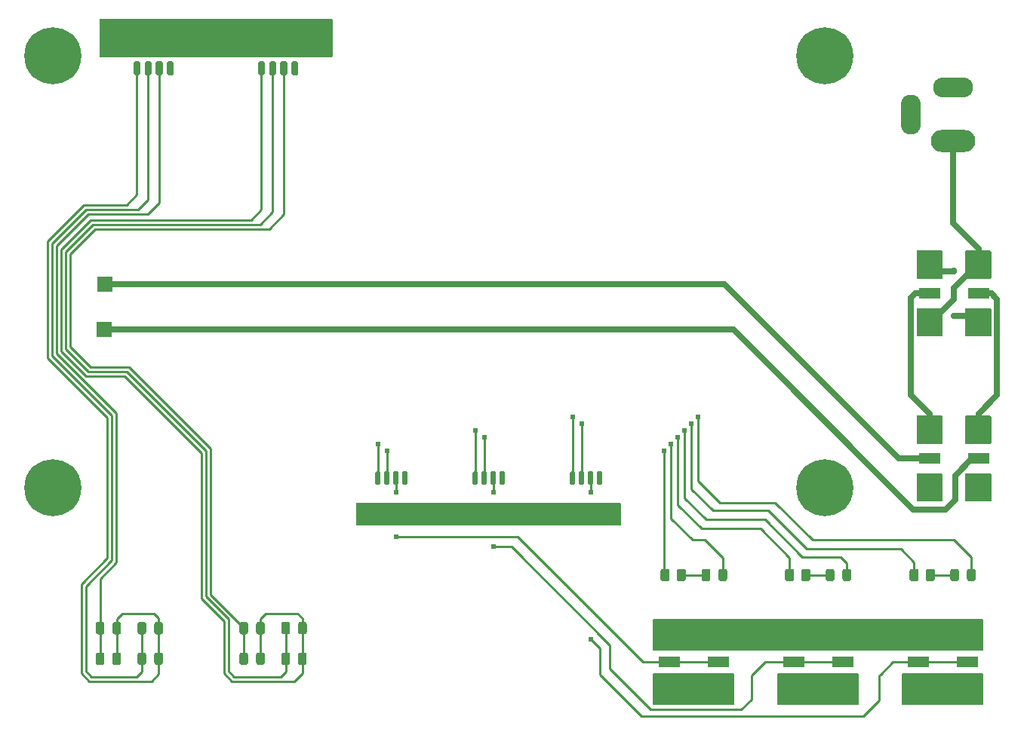
<source format=gtl>
G04 #@! TF.GenerationSoftware,KiCad,Pcbnew,6.0.10-86aedd382b~118~ubuntu18.04.1*
G04 #@! TF.CreationDate,2024-12-31T19:53:44-07:00*
G04 #@! TF.ProjectId,ckt-iiab-test,636b742d-6969-4616-922d-746573742e6b,rev?*
G04 #@! TF.SameCoordinates,Original*
G04 #@! TF.FileFunction,Copper,L1,Top*
G04 #@! TF.FilePolarity,Positive*
%FSLAX46Y46*%
G04 Gerber Fmt 4.6, Leading zero omitted, Abs format (unit mm)*
G04 Created by KiCad (PCBNEW 6.0.10-86aedd382b~118~ubuntu18.04.1) date 2024-12-31 19:53:44*
%MOMM*%
%LPD*%
G01*
G04 APERTURE LIST*
G04 #@! TA.AperFunction,ComponentPad*
%ADD10C,6.400000*%
G04 #@! TD*
G04 #@! TA.AperFunction,SMDPad,CuDef*
%ADD11R,2.489200X1.193800*%
G04 #@! TD*
G04 #@! TA.AperFunction,ComponentPad*
%ADD12O,5.000000X2.500000*%
G04 #@! TD*
G04 #@! TA.AperFunction,ComponentPad*
%ADD13O,4.500000X2.250000*%
G04 #@! TD*
G04 #@! TA.AperFunction,ComponentPad*
%ADD14O,2.250000X4.500000*%
G04 #@! TD*
G04 #@! TA.AperFunction,ComponentPad*
%ADD15R,1.700000X1.700000*%
G04 #@! TD*
G04 #@! TA.AperFunction,ViaPad*
%ADD16C,0.609600*%
G04 #@! TD*
G04 #@! TA.AperFunction,Conductor*
%ADD17C,0.635000*%
G04 #@! TD*
G04 #@! TA.AperFunction,Conductor*
%ADD18C,0.254000*%
G04 #@! TD*
G04 APERTURE END LIST*
G04 #@! TA.AperFunction,SMDPad,CuDef*
G36*
G01*
X95366000Y-71142000D02*
X95366000Y-72342000D01*
G75*
G02*
X95166000Y-72542000I-200000J0D01*
G01*
X94766000Y-72542000D01*
G75*
G02*
X94566000Y-72342000I0J200000D01*
G01*
X94566000Y-71142000D01*
G75*
G02*
X94766000Y-70942000I200000J0D01*
G01*
X95166000Y-70942000D01*
G75*
G02*
X95366000Y-71142000I0J-200000D01*
G01*
G37*
G04 #@! TD.AperFunction*
G04 #@! TA.AperFunction,SMDPad,CuDef*
G36*
G01*
X94116000Y-71142000D02*
X94116000Y-72342000D01*
G75*
G02*
X93916000Y-72542000I-200000J0D01*
G01*
X93516000Y-72542000D01*
G75*
G02*
X93316000Y-72342000I0J200000D01*
G01*
X93316000Y-71142000D01*
G75*
G02*
X93516000Y-70942000I200000J0D01*
G01*
X93916000Y-70942000D01*
G75*
G02*
X94116000Y-71142000I0J-200000D01*
G01*
G37*
G04 #@! TD.AperFunction*
G04 #@! TA.AperFunction,SMDPad,CuDef*
G36*
G01*
X92866000Y-71142000D02*
X92866000Y-72342000D01*
G75*
G02*
X92666000Y-72542000I-200000J0D01*
G01*
X92266000Y-72542000D01*
G75*
G02*
X92066000Y-72342000I0J200000D01*
G01*
X92066000Y-71142000D01*
G75*
G02*
X92266000Y-70942000I200000J0D01*
G01*
X92666000Y-70942000D01*
G75*
G02*
X92866000Y-71142000I0J-200000D01*
G01*
G37*
G04 #@! TD.AperFunction*
G04 #@! TA.AperFunction,SMDPad,CuDef*
G36*
G01*
X91616000Y-71142000D02*
X91616000Y-72342000D01*
G75*
G02*
X91416000Y-72542000I-200000J0D01*
G01*
X91016000Y-72542000D01*
G75*
G02*
X90816000Y-72342000I0J200000D01*
G01*
X90816000Y-71142000D01*
G75*
G02*
X91016000Y-70942000I200000J0D01*
G01*
X91416000Y-70942000D01*
G75*
G02*
X91616000Y-71142000I0J-200000D01*
G01*
G37*
G04 #@! TD.AperFunction*
G04 #@! TA.AperFunction,SMDPad,CuDef*
G36*
G01*
X89716000Y-67592001D02*
X89716000Y-70091999D01*
G75*
G02*
X89465999Y-70342000I-250001J0D01*
G01*
X87866001Y-70342000D01*
G75*
G02*
X87616000Y-70091999I0J250001D01*
G01*
X87616000Y-67592001D01*
G75*
G02*
X87866001Y-67342000I250001J0D01*
G01*
X89465999Y-67342000D01*
G75*
G02*
X89716000Y-67592001I0J-250001D01*
G01*
G37*
G04 #@! TD.AperFunction*
G04 #@! TA.AperFunction,SMDPad,CuDef*
G36*
G01*
X98566000Y-67592001D02*
X98566000Y-70091999D01*
G75*
G02*
X98315999Y-70342000I-250001J0D01*
G01*
X96716001Y-70342000D01*
G75*
G02*
X96466000Y-70091999I0J250001D01*
G01*
X96466000Y-67592001D01*
G75*
G02*
X96716001Y-67342000I250001J0D01*
G01*
X98315999Y-67342000D01*
G75*
G02*
X98566000Y-67592001I0J-250001D01*
G01*
G37*
G04 #@! TD.AperFunction*
D10*
X168402000Y-118872000D03*
G04 #@! TA.AperFunction,SMDPad,CuDef*
G36*
G01*
X128883000Y-118386000D02*
X128883000Y-117136000D01*
G75*
G02*
X129033000Y-116986000I150000J0D01*
G01*
X129333000Y-116986000D01*
G75*
G02*
X129483000Y-117136000I0J-150000D01*
G01*
X129483000Y-118386000D01*
G75*
G02*
X129333000Y-118536000I-150000J0D01*
G01*
X129033000Y-118536000D01*
G75*
G02*
X128883000Y-118386000I0J150000D01*
G01*
G37*
G04 #@! TD.AperFunction*
G04 #@! TA.AperFunction,SMDPad,CuDef*
G36*
G01*
X129883000Y-118386000D02*
X129883000Y-117136000D01*
G75*
G02*
X130033000Y-116986000I150000J0D01*
G01*
X130333000Y-116986000D01*
G75*
G02*
X130483000Y-117136000I0J-150000D01*
G01*
X130483000Y-118386000D01*
G75*
G02*
X130333000Y-118536000I-150000J0D01*
G01*
X130033000Y-118536000D01*
G75*
G02*
X129883000Y-118386000I0J150000D01*
G01*
G37*
G04 #@! TD.AperFunction*
G04 #@! TA.AperFunction,SMDPad,CuDef*
G36*
G01*
X130883000Y-118386000D02*
X130883000Y-117136000D01*
G75*
G02*
X131033000Y-116986000I150000J0D01*
G01*
X131333000Y-116986000D01*
G75*
G02*
X131483000Y-117136000I0J-150000D01*
G01*
X131483000Y-118386000D01*
G75*
G02*
X131333000Y-118536000I-150000J0D01*
G01*
X131033000Y-118536000D01*
G75*
G02*
X130883000Y-118386000I0J150000D01*
G01*
G37*
G04 #@! TD.AperFunction*
G04 #@! TA.AperFunction,SMDPad,CuDef*
G36*
G01*
X131883000Y-118386000D02*
X131883000Y-117136000D01*
G75*
G02*
X132033000Y-116986000I150000J0D01*
G01*
X132333000Y-116986000D01*
G75*
G02*
X132483000Y-117136000I0J-150000D01*
G01*
X132483000Y-118386000D01*
G75*
G02*
X132333000Y-118536000I-150000J0D01*
G01*
X132033000Y-118536000D01*
G75*
G02*
X131883000Y-118386000I0J150000D01*
G01*
G37*
G04 #@! TD.AperFunction*
G04 #@! TA.AperFunction,SMDPad,CuDef*
G36*
G01*
X127283000Y-122286000D02*
X127283000Y-120986000D01*
G75*
G02*
X127533000Y-120736000I250000J0D01*
G01*
X128233000Y-120736000D01*
G75*
G02*
X128483000Y-120986000I0J-250000D01*
G01*
X128483000Y-122286000D01*
G75*
G02*
X128233000Y-122536000I-250000J0D01*
G01*
X127533000Y-122536000D01*
G75*
G02*
X127283000Y-122286000I0J250000D01*
G01*
G37*
G04 #@! TD.AperFunction*
G04 #@! TA.AperFunction,SMDPad,CuDef*
G36*
G01*
X132883000Y-122286000D02*
X132883000Y-120986000D01*
G75*
G02*
X133133000Y-120736000I250000J0D01*
G01*
X133833000Y-120736000D01*
G75*
G02*
X134083000Y-120986000I0J-250000D01*
G01*
X134083000Y-122286000D01*
G75*
G02*
X133833000Y-122536000I-250000J0D01*
G01*
X133133000Y-122536000D01*
G75*
G02*
X132883000Y-122286000I0J250000D01*
G01*
G37*
G04 #@! TD.AperFunction*
X168402000Y-70358000D03*
G04 #@! TA.AperFunction,SMDPad,CuDef*
G36*
G01*
X180749000Y-128201000D02*
X180749000Y-129101000D01*
G75*
G02*
X180499000Y-129351000I-250000J0D01*
G01*
X179974000Y-129351000D01*
G75*
G02*
X179724000Y-129101000I0J250000D01*
G01*
X179724000Y-128201000D01*
G75*
G02*
X179974000Y-127951000I250000J0D01*
G01*
X180499000Y-127951000D01*
G75*
G02*
X180749000Y-128201000I0J-250000D01*
G01*
G37*
G04 #@! TD.AperFunction*
G04 #@! TA.AperFunction,SMDPad,CuDef*
G36*
G01*
X178924000Y-128201000D02*
X178924000Y-129101000D01*
G75*
G02*
X178674000Y-129351000I-250000J0D01*
G01*
X178149000Y-129351000D01*
G75*
G02*
X177899000Y-129101000I0J250000D01*
G01*
X177899000Y-128201000D01*
G75*
G02*
X178149000Y-127951000I250000J0D01*
G01*
X178674000Y-127951000D01*
G75*
G02*
X178924000Y-128201000I0J-250000D01*
G01*
G37*
G04 #@! TD.AperFunction*
G04 #@! TA.AperFunction,SMDPad,CuDef*
G36*
G01*
X152809000Y-128201000D02*
X152809000Y-129101000D01*
G75*
G02*
X152559000Y-129351000I-250000J0D01*
G01*
X152034000Y-129351000D01*
G75*
G02*
X151784000Y-129101000I0J250000D01*
G01*
X151784000Y-128201000D01*
G75*
G02*
X152034000Y-127951000I250000J0D01*
G01*
X152559000Y-127951000D01*
G75*
G02*
X152809000Y-128201000I0J-250000D01*
G01*
G37*
G04 #@! TD.AperFunction*
G04 #@! TA.AperFunction,SMDPad,CuDef*
G36*
G01*
X150984000Y-128201000D02*
X150984000Y-129101000D01*
G75*
G02*
X150734000Y-129351000I-250000J0D01*
G01*
X150209000Y-129351000D01*
G75*
G02*
X149959000Y-129101000I0J250000D01*
G01*
X149959000Y-128201000D01*
G75*
G02*
X150209000Y-127951000I250000J0D01*
G01*
X150734000Y-127951000D01*
G75*
G02*
X150984000Y-128201000I0J-250000D01*
G01*
G37*
G04 #@! TD.AperFunction*
G04 #@! TA.AperFunction,SMDPad,CuDef*
G36*
G01*
X86586000Y-135076250D02*
X86586000Y-134163750D01*
G75*
G02*
X86829750Y-133920000I243750J0D01*
G01*
X87317250Y-133920000D01*
G75*
G02*
X87561000Y-134163750I0J-243750D01*
G01*
X87561000Y-135076250D01*
G75*
G02*
X87317250Y-135320000I-243750J0D01*
G01*
X86829750Y-135320000D01*
G75*
G02*
X86586000Y-135076250I0J243750D01*
G01*
G37*
G04 #@! TD.AperFunction*
G04 #@! TA.AperFunction,SMDPad,CuDef*
G36*
G01*
X88461000Y-135076250D02*
X88461000Y-134163750D01*
G75*
G02*
X88704750Y-133920000I243750J0D01*
G01*
X89192250Y-133920000D01*
G75*
G02*
X89436000Y-134163750I0J-243750D01*
G01*
X89436000Y-135076250D01*
G75*
G02*
X89192250Y-135320000I-243750J0D01*
G01*
X88704750Y-135320000D01*
G75*
G02*
X88461000Y-135076250I0J243750D01*
G01*
G37*
G04 #@! TD.AperFunction*
X81788000Y-118872000D03*
X81788000Y-70358000D03*
D11*
X170395900Y-140930000D03*
X170395900Y-138430000D03*
X170395900Y-135930000D03*
X164884100Y-140930000D03*
X164884100Y-138430000D03*
X164884100Y-135930000D03*
G04 #@! TA.AperFunction,SMDPad,CuDef*
G36*
G01*
X94135000Y-137592750D02*
X94135000Y-138505250D01*
G75*
G02*
X93891250Y-138749000I-243750J0D01*
G01*
X93403750Y-138749000D01*
G75*
G02*
X93160000Y-138505250I0J243750D01*
G01*
X93160000Y-137592750D01*
G75*
G02*
X93403750Y-137349000I243750J0D01*
G01*
X93891250Y-137349000D01*
G75*
G02*
X94135000Y-137592750I0J-243750D01*
G01*
G37*
G04 #@! TD.AperFunction*
G04 #@! TA.AperFunction,SMDPad,CuDef*
G36*
G01*
X92260000Y-137592750D02*
X92260000Y-138505250D01*
G75*
G02*
X92016250Y-138749000I-243750J0D01*
G01*
X91528750Y-138749000D01*
G75*
G02*
X91285000Y-138505250I0J243750D01*
G01*
X91285000Y-137592750D01*
G75*
G02*
X91528750Y-137349000I243750J0D01*
G01*
X92016250Y-137349000D01*
G75*
G02*
X92260000Y-137592750I0J-243750D01*
G01*
G37*
G04 #@! TD.AperFunction*
G04 #@! TA.AperFunction,SMDPad,CuDef*
G36*
G01*
X185321000Y-128194750D02*
X185321000Y-129107250D01*
G75*
G02*
X185077250Y-129351000I-243750J0D01*
G01*
X184589750Y-129351000D01*
G75*
G02*
X184346000Y-129107250I0J243750D01*
G01*
X184346000Y-128194750D01*
G75*
G02*
X184589750Y-127951000I243750J0D01*
G01*
X185077250Y-127951000D01*
G75*
G02*
X185321000Y-128194750I0J-243750D01*
G01*
G37*
G04 #@! TD.AperFunction*
G04 #@! TA.AperFunction,SMDPad,CuDef*
G36*
G01*
X183446000Y-128194750D02*
X183446000Y-129107250D01*
G75*
G02*
X183202250Y-129351000I-243750J0D01*
G01*
X182714750Y-129351000D01*
G75*
G02*
X182471000Y-129107250I0J243750D01*
G01*
X182471000Y-128194750D01*
G75*
G02*
X182714750Y-127951000I243750J0D01*
G01*
X183202250Y-127951000D01*
G75*
G02*
X183446000Y-128194750I0J-243750D01*
G01*
G37*
G04 #@! TD.AperFunction*
G04 #@! TA.AperFunction,SMDPad,CuDef*
G36*
G01*
X110264000Y-137592750D02*
X110264000Y-138505250D01*
G75*
G02*
X110020250Y-138749000I-243750J0D01*
G01*
X109532750Y-138749000D01*
G75*
G02*
X109289000Y-138505250I0J243750D01*
G01*
X109289000Y-137592750D01*
G75*
G02*
X109532750Y-137349000I243750J0D01*
G01*
X110020250Y-137349000D01*
G75*
G02*
X110264000Y-137592750I0J-243750D01*
G01*
G37*
G04 #@! TD.AperFunction*
G04 #@! TA.AperFunction,SMDPad,CuDef*
G36*
G01*
X108389000Y-137592750D02*
X108389000Y-138505250D01*
G75*
G02*
X108145250Y-138749000I-243750J0D01*
G01*
X107657750Y-138749000D01*
G75*
G02*
X107414000Y-138505250I0J243750D01*
G01*
X107414000Y-137592750D01*
G75*
G02*
X107657750Y-137349000I243750J0D01*
G01*
X108145250Y-137349000D01*
G75*
G02*
X108389000Y-137592750I0J-243750D01*
G01*
G37*
G04 #@! TD.AperFunction*
G04 #@! TA.AperFunction,SMDPad,CuDef*
G36*
G01*
X171351000Y-128194750D02*
X171351000Y-129107250D01*
G75*
G02*
X171107250Y-129351000I-243750J0D01*
G01*
X170619750Y-129351000D01*
G75*
G02*
X170376000Y-129107250I0J243750D01*
G01*
X170376000Y-128194750D01*
G75*
G02*
X170619750Y-127951000I243750J0D01*
G01*
X171107250Y-127951000D01*
G75*
G02*
X171351000Y-128194750I0J-243750D01*
G01*
G37*
G04 #@! TD.AperFunction*
G04 #@! TA.AperFunction,SMDPad,CuDef*
G36*
G01*
X169476000Y-128194750D02*
X169476000Y-129107250D01*
G75*
G02*
X169232250Y-129351000I-243750J0D01*
G01*
X168744750Y-129351000D01*
G75*
G02*
X168501000Y-129107250I0J243750D01*
G01*
X168501000Y-128194750D01*
G75*
G02*
X168744750Y-127951000I243750J0D01*
G01*
X169232250Y-127951000D01*
G75*
G02*
X169476000Y-128194750I0J-243750D01*
G01*
G37*
G04 #@! TD.AperFunction*
G04 #@! TA.AperFunction,SMDPad,CuDef*
G36*
G01*
X117961000Y-118386000D02*
X117961000Y-117136000D01*
G75*
G02*
X118111000Y-116986000I150000J0D01*
G01*
X118411000Y-116986000D01*
G75*
G02*
X118561000Y-117136000I0J-150000D01*
G01*
X118561000Y-118386000D01*
G75*
G02*
X118411000Y-118536000I-150000J0D01*
G01*
X118111000Y-118536000D01*
G75*
G02*
X117961000Y-118386000I0J150000D01*
G01*
G37*
G04 #@! TD.AperFunction*
G04 #@! TA.AperFunction,SMDPad,CuDef*
G36*
G01*
X118961000Y-118386000D02*
X118961000Y-117136000D01*
G75*
G02*
X119111000Y-116986000I150000J0D01*
G01*
X119411000Y-116986000D01*
G75*
G02*
X119561000Y-117136000I0J-150000D01*
G01*
X119561000Y-118386000D01*
G75*
G02*
X119411000Y-118536000I-150000J0D01*
G01*
X119111000Y-118536000D01*
G75*
G02*
X118961000Y-118386000I0J150000D01*
G01*
G37*
G04 #@! TD.AperFunction*
G04 #@! TA.AperFunction,SMDPad,CuDef*
G36*
G01*
X119961000Y-118386000D02*
X119961000Y-117136000D01*
G75*
G02*
X120111000Y-116986000I150000J0D01*
G01*
X120411000Y-116986000D01*
G75*
G02*
X120561000Y-117136000I0J-150000D01*
G01*
X120561000Y-118386000D01*
G75*
G02*
X120411000Y-118536000I-150000J0D01*
G01*
X120111000Y-118536000D01*
G75*
G02*
X119961000Y-118386000I0J150000D01*
G01*
G37*
G04 #@! TD.AperFunction*
G04 #@! TA.AperFunction,SMDPad,CuDef*
G36*
G01*
X120961000Y-118386000D02*
X120961000Y-117136000D01*
G75*
G02*
X121111000Y-116986000I150000J0D01*
G01*
X121411000Y-116986000D01*
G75*
G02*
X121561000Y-117136000I0J-150000D01*
G01*
X121561000Y-118386000D01*
G75*
G02*
X121411000Y-118536000I-150000J0D01*
G01*
X121111000Y-118536000D01*
G75*
G02*
X120961000Y-118386000I0J150000D01*
G01*
G37*
G04 #@! TD.AperFunction*
G04 #@! TA.AperFunction,SMDPad,CuDef*
G36*
G01*
X116361000Y-122286000D02*
X116361000Y-120986000D01*
G75*
G02*
X116611000Y-120736000I250000J0D01*
G01*
X117311000Y-120736000D01*
G75*
G02*
X117561000Y-120986000I0J-250000D01*
G01*
X117561000Y-122286000D01*
G75*
G02*
X117311000Y-122536000I-250000J0D01*
G01*
X116611000Y-122536000D01*
G75*
G02*
X116361000Y-122286000I0J250000D01*
G01*
G37*
G04 #@! TD.AperFunction*
G04 #@! TA.AperFunction,SMDPad,CuDef*
G36*
G01*
X121961000Y-122286000D02*
X121961000Y-120986000D01*
G75*
G02*
X122211000Y-120736000I250000J0D01*
G01*
X122911000Y-120736000D01*
G75*
G02*
X123161000Y-120986000I0J-250000D01*
G01*
X123161000Y-122286000D01*
G75*
G02*
X122911000Y-122536000I-250000J0D01*
G01*
X122211000Y-122536000D01*
G75*
G02*
X121961000Y-122286000I0J250000D01*
G01*
G37*
G04 #@! TD.AperFunction*
G04 #@! TA.AperFunction,SMDPad,CuDef*
G36*
G01*
X107419000Y-135068250D02*
X107419000Y-134155750D01*
G75*
G02*
X107662750Y-133912000I243750J0D01*
G01*
X108150250Y-133912000D01*
G75*
G02*
X108394000Y-134155750I0J-243750D01*
G01*
X108394000Y-135068250D01*
G75*
G02*
X108150250Y-135312000I-243750J0D01*
G01*
X107662750Y-135312000D01*
G75*
G02*
X107419000Y-135068250I0J243750D01*
G01*
G37*
G04 #@! TD.AperFunction*
G04 #@! TA.AperFunction,SMDPad,CuDef*
G36*
G01*
X109294000Y-135068250D02*
X109294000Y-134155750D01*
G75*
G02*
X109537750Y-133912000I243750J0D01*
G01*
X110025250Y-133912000D01*
G75*
G02*
X110269000Y-134155750I0J-243750D01*
G01*
X110269000Y-135068250D01*
G75*
G02*
X110025250Y-135312000I-243750J0D01*
G01*
X109537750Y-135312000D01*
G75*
G02*
X109294000Y-135068250I0J243750D01*
G01*
G37*
G04 #@! TD.AperFunction*
G04 #@! TA.AperFunction,SMDPad,CuDef*
G36*
G01*
X109336000Y-71142000D02*
X109336000Y-72342000D01*
G75*
G02*
X109136000Y-72542000I-200000J0D01*
G01*
X108736000Y-72542000D01*
G75*
G02*
X108536000Y-72342000I0J200000D01*
G01*
X108536000Y-71142000D01*
G75*
G02*
X108736000Y-70942000I200000J0D01*
G01*
X109136000Y-70942000D01*
G75*
G02*
X109336000Y-71142000I0J-200000D01*
G01*
G37*
G04 #@! TD.AperFunction*
G04 #@! TA.AperFunction,SMDPad,CuDef*
G36*
G01*
X108086000Y-71142000D02*
X108086000Y-72342000D01*
G75*
G02*
X107886000Y-72542000I-200000J0D01*
G01*
X107486000Y-72542000D01*
G75*
G02*
X107286000Y-72342000I0J200000D01*
G01*
X107286000Y-71142000D01*
G75*
G02*
X107486000Y-70942000I200000J0D01*
G01*
X107886000Y-70942000D01*
G75*
G02*
X108086000Y-71142000I0J-200000D01*
G01*
G37*
G04 #@! TD.AperFunction*
G04 #@! TA.AperFunction,SMDPad,CuDef*
G36*
G01*
X106836000Y-71142000D02*
X106836000Y-72342000D01*
G75*
G02*
X106636000Y-72542000I-200000J0D01*
G01*
X106236000Y-72542000D01*
G75*
G02*
X106036000Y-72342000I0J200000D01*
G01*
X106036000Y-71142000D01*
G75*
G02*
X106236000Y-70942000I200000J0D01*
G01*
X106636000Y-70942000D01*
G75*
G02*
X106836000Y-71142000I0J-200000D01*
G01*
G37*
G04 #@! TD.AperFunction*
G04 #@! TA.AperFunction,SMDPad,CuDef*
G36*
G01*
X105586000Y-71142000D02*
X105586000Y-72342000D01*
G75*
G02*
X105386000Y-72542000I-200000J0D01*
G01*
X104986000Y-72542000D01*
G75*
G02*
X104786000Y-72342000I0J200000D01*
G01*
X104786000Y-71142000D01*
G75*
G02*
X104986000Y-70942000I200000J0D01*
G01*
X105386000Y-70942000D01*
G75*
G02*
X105586000Y-71142000I0J-200000D01*
G01*
G37*
G04 #@! TD.AperFunction*
G04 #@! TA.AperFunction,SMDPad,CuDef*
G36*
G01*
X103686000Y-67592001D02*
X103686000Y-70091999D01*
G75*
G02*
X103435999Y-70342000I-250001J0D01*
G01*
X101836001Y-70342000D01*
G75*
G02*
X101586000Y-70091999I0J250001D01*
G01*
X101586000Y-67592001D01*
G75*
G02*
X101836001Y-67342000I250001J0D01*
G01*
X103435999Y-67342000D01*
G75*
G02*
X103686000Y-67592001I0J-250001D01*
G01*
G37*
G04 #@! TD.AperFunction*
G04 #@! TA.AperFunction,SMDPad,CuDef*
G36*
G01*
X112536000Y-67592001D02*
X112536000Y-70091999D01*
G75*
G02*
X112285999Y-70342000I-250001J0D01*
G01*
X110686001Y-70342000D01*
G75*
G02*
X110436000Y-70091999I0J250001D01*
G01*
X110436000Y-67592001D01*
G75*
G02*
X110686001Y-67342000I250001J0D01*
G01*
X112285999Y-67342000D01*
G75*
G02*
X112536000Y-67592001I0J-250001D01*
G01*
G37*
G04 #@! TD.AperFunction*
X180124100Y-94528000D03*
X180124100Y-97028000D03*
X180124100Y-99528000D03*
X185635900Y-94528000D03*
X185635900Y-97028000D03*
X185635900Y-99528000D03*
G04 #@! TA.AperFunction,SMDPad,CuDef*
G36*
G01*
X89436000Y-137592750D02*
X89436000Y-138505250D01*
G75*
G02*
X89192250Y-138749000I-243750J0D01*
G01*
X88704750Y-138749000D01*
G75*
G02*
X88461000Y-138505250I0J243750D01*
G01*
X88461000Y-137592750D01*
G75*
G02*
X88704750Y-137349000I243750J0D01*
G01*
X89192250Y-137349000D01*
G75*
G02*
X89436000Y-137592750I0J-243750D01*
G01*
G37*
G04 #@! TD.AperFunction*
G04 #@! TA.AperFunction,SMDPad,CuDef*
G36*
G01*
X87561000Y-137592750D02*
X87561000Y-138505250D01*
G75*
G02*
X87317250Y-138749000I-243750J0D01*
G01*
X86829750Y-138749000D01*
G75*
G02*
X86586000Y-138505250I0J243750D01*
G01*
X86586000Y-137592750D01*
G75*
G02*
X86829750Y-137349000I243750J0D01*
G01*
X87317250Y-137349000D01*
G75*
G02*
X87561000Y-137592750I0J-243750D01*
G01*
G37*
G04 #@! TD.AperFunction*
G04 #@! TA.AperFunction,SMDPad,CuDef*
G36*
G01*
X157429500Y-128194750D02*
X157429500Y-129107250D01*
G75*
G02*
X157185750Y-129351000I-243750J0D01*
G01*
X156698250Y-129351000D01*
G75*
G02*
X156454500Y-129107250I0J243750D01*
G01*
X156454500Y-128194750D01*
G75*
G02*
X156698250Y-127951000I243750J0D01*
G01*
X157185750Y-127951000D01*
G75*
G02*
X157429500Y-128194750I0J-243750D01*
G01*
G37*
G04 #@! TD.AperFunction*
G04 #@! TA.AperFunction,SMDPad,CuDef*
G36*
G01*
X155554500Y-128194750D02*
X155554500Y-129107250D01*
G75*
G02*
X155310750Y-129351000I-243750J0D01*
G01*
X154823250Y-129351000D01*
G75*
G02*
X154579500Y-129107250I0J243750D01*
G01*
X154579500Y-128194750D01*
G75*
G02*
X154823250Y-127951000I243750J0D01*
G01*
X155310750Y-127951000D01*
G75*
G02*
X155554500Y-128194750I0J-243750D01*
G01*
G37*
G04 #@! TD.AperFunction*
G04 #@! TA.AperFunction,SMDPad,CuDef*
G36*
G01*
X166779000Y-128201000D02*
X166779000Y-129101000D01*
G75*
G02*
X166529000Y-129351000I-250000J0D01*
G01*
X166004000Y-129351000D01*
G75*
G02*
X165754000Y-129101000I0J250000D01*
G01*
X165754000Y-128201000D01*
G75*
G02*
X166004000Y-127951000I250000J0D01*
G01*
X166529000Y-127951000D01*
G75*
G02*
X166779000Y-128201000I0J-250000D01*
G01*
G37*
G04 #@! TD.AperFunction*
G04 #@! TA.AperFunction,SMDPad,CuDef*
G36*
G01*
X164954000Y-128201000D02*
X164954000Y-129101000D01*
G75*
G02*
X164704000Y-129351000I-250000J0D01*
G01*
X164179000Y-129351000D01*
G75*
G02*
X163929000Y-129101000I0J250000D01*
G01*
X163929000Y-128201000D01*
G75*
G02*
X164179000Y-127951000I250000J0D01*
G01*
X164704000Y-127951000D01*
G75*
G02*
X164954000Y-128201000I0J-250000D01*
G01*
G37*
G04 #@! TD.AperFunction*
G04 #@! TA.AperFunction,SMDPad,CuDef*
G36*
G01*
X91285000Y-135076250D02*
X91285000Y-134163750D01*
G75*
G02*
X91528750Y-133920000I243750J0D01*
G01*
X92016250Y-133920000D01*
G75*
G02*
X92260000Y-134163750I0J-243750D01*
G01*
X92260000Y-135076250D01*
G75*
G02*
X92016250Y-135320000I-243750J0D01*
G01*
X91528750Y-135320000D01*
G75*
G02*
X91285000Y-135076250I0J243750D01*
G01*
G37*
G04 #@! TD.AperFunction*
G04 #@! TA.AperFunction,SMDPad,CuDef*
G36*
G01*
X93160000Y-135076250D02*
X93160000Y-134163750D01*
G75*
G02*
X93403750Y-133920000I243750J0D01*
G01*
X93891250Y-133920000D01*
G75*
G02*
X94135000Y-134163750I0J-243750D01*
G01*
X94135000Y-135076250D01*
G75*
G02*
X93891250Y-135320000I-243750J0D01*
G01*
X93403750Y-135320000D01*
G75*
G02*
X93160000Y-135076250I0J243750D01*
G01*
G37*
G04 #@! TD.AperFunction*
D12*
X182753000Y-79906000D03*
D13*
X182753000Y-73906000D03*
D14*
X178053000Y-76906000D03*
D11*
X180124100Y-113070000D03*
X180124100Y-115570000D03*
X180124100Y-118070000D03*
X185635900Y-113070000D03*
X185635900Y-115570000D03*
X185635900Y-118070000D03*
G04 #@! TA.AperFunction,SMDPad,CuDef*
G36*
G01*
X102715000Y-135076250D02*
X102715000Y-134163750D01*
G75*
G02*
X102958750Y-133920000I243750J0D01*
G01*
X103446250Y-133920000D01*
G75*
G02*
X103690000Y-134163750I0J-243750D01*
G01*
X103690000Y-135076250D01*
G75*
G02*
X103446250Y-135320000I-243750J0D01*
G01*
X102958750Y-135320000D01*
G75*
G02*
X102715000Y-135076250I0J243750D01*
G01*
G37*
G04 #@! TD.AperFunction*
G04 #@! TA.AperFunction,SMDPad,CuDef*
G36*
G01*
X104590000Y-135076250D02*
X104590000Y-134163750D01*
G75*
G02*
X104833750Y-133920000I243750J0D01*
G01*
X105321250Y-133920000D01*
G75*
G02*
X105565000Y-134163750I0J-243750D01*
G01*
X105565000Y-135076250D01*
G75*
G02*
X105321250Y-135320000I-243750J0D01*
G01*
X104833750Y-135320000D01*
G75*
G02*
X104590000Y-135076250I0J243750D01*
G01*
G37*
G04 #@! TD.AperFunction*
X184365900Y-140930000D03*
X184365900Y-138430000D03*
X184365900Y-135930000D03*
X178854100Y-140930000D03*
X178854100Y-138430000D03*
X178854100Y-135930000D03*
X156425900Y-140930000D03*
X156425900Y-138430000D03*
X156425900Y-135930000D03*
X150914100Y-140930000D03*
X150914100Y-138430000D03*
X150914100Y-135930000D03*
G04 #@! TA.AperFunction,SMDPad,CuDef*
G36*
G01*
X105565000Y-137592750D02*
X105565000Y-138505250D01*
G75*
G02*
X105321250Y-138749000I-243750J0D01*
G01*
X104833750Y-138749000D01*
G75*
G02*
X104590000Y-138505250I0J243750D01*
G01*
X104590000Y-137592750D01*
G75*
G02*
X104833750Y-137349000I243750J0D01*
G01*
X105321250Y-137349000D01*
G75*
G02*
X105565000Y-137592750I0J-243750D01*
G01*
G37*
G04 #@! TD.AperFunction*
G04 #@! TA.AperFunction,SMDPad,CuDef*
G36*
G01*
X103690000Y-137592750D02*
X103690000Y-138505250D01*
G75*
G02*
X103446250Y-138749000I-243750J0D01*
G01*
X102958750Y-138749000D01*
G75*
G02*
X102715000Y-138505250I0J243750D01*
G01*
X102715000Y-137592750D01*
G75*
G02*
X102958750Y-137349000I243750J0D01*
G01*
X103446250Y-137349000D01*
G75*
G02*
X103690000Y-137592750I0J-243750D01*
G01*
G37*
G04 #@! TD.AperFunction*
G04 #@! TA.AperFunction,SMDPad,CuDef*
G36*
G01*
X139805000Y-118386000D02*
X139805000Y-117136000D01*
G75*
G02*
X139955000Y-116986000I150000J0D01*
G01*
X140255000Y-116986000D01*
G75*
G02*
X140405000Y-117136000I0J-150000D01*
G01*
X140405000Y-118386000D01*
G75*
G02*
X140255000Y-118536000I-150000J0D01*
G01*
X139955000Y-118536000D01*
G75*
G02*
X139805000Y-118386000I0J150000D01*
G01*
G37*
G04 #@! TD.AperFunction*
G04 #@! TA.AperFunction,SMDPad,CuDef*
G36*
G01*
X140805000Y-118386000D02*
X140805000Y-117136000D01*
G75*
G02*
X140955000Y-116986000I150000J0D01*
G01*
X141255000Y-116986000D01*
G75*
G02*
X141405000Y-117136000I0J-150000D01*
G01*
X141405000Y-118386000D01*
G75*
G02*
X141255000Y-118536000I-150000J0D01*
G01*
X140955000Y-118536000D01*
G75*
G02*
X140805000Y-118386000I0J150000D01*
G01*
G37*
G04 #@! TD.AperFunction*
G04 #@! TA.AperFunction,SMDPad,CuDef*
G36*
G01*
X141805000Y-118386000D02*
X141805000Y-117136000D01*
G75*
G02*
X141955000Y-116986000I150000J0D01*
G01*
X142255000Y-116986000D01*
G75*
G02*
X142405000Y-117136000I0J-150000D01*
G01*
X142405000Y-118386000D01*
G75*
G02*
X142255000Y-118536000I-150000J0D01*
G01*
X141955000Y-118536000D01*
G75*
G02*
X141805000Y-118386000I0J150000D01*
G01*
G37*
G04 #@! TD.AperFunction*
G04 #@! TA.AperFunction,SMDPad,CuDef*
G36*
G01*
X142805000Y-118386000D02*
X142805000Y-117136000D01*
G75*
G02*
X142955000Y-116986000I150000J0D01*
G01*
X143255000Y-116986000D01*
G75*
G02*
X143405000Y-117136000I0J-150000D01*
G01*
X143405000Y-118386000D01*
G75*
G02*
X143255000Y-118536000I-150000J0D01*
G01*
X142955000Y-118536000D01*
G75*
G02*
X142805000Y-118386000I0J150000D01*
G01*
G37*
G04 #@! TD.AperFunction*
G04 #@! TA.AperFunction,SMDPad,CuDef*
G36*
G01*
X138205000Y-122286000D02*
X138205000Y-120986000D01*
G75*
G02*
X138455000Y-120736000I250000J0D01*
G01*
X139155000Y-120736000D01*
G75*
G02*
X139405000Y-120986000I0J-250000D01*
G01*
X139405000Y-122286000D01*
G75*
G02*
X139155000Y-122536000I-250000J0D01*
G01*
X138455000Y-122536000D01*
G75*
G02*
X138205000Y-122286000I0J250000D01*
G01*
G37*
G04 #@! TD.AperFunction*
G04 #@! TA.AperFunction,SMDPad,CuDef*
G36*
G01*
X143805000Y-122286000D02*
X143805000Y-120986000D01*
G75*
G02*
X144055000Y-120736000I250000J0D01*
G01*
X144755000Y-120736000D01*
G75*
G02*
X145005000Y-120986000I0J-250000D01*
G01*
X145005000Y-122286000D01*
G75*
G02*
X144755000Y-122536000I-250000J0D01*
G01*
X144055000Y-122536000D01*
G75*
G02*
X143805000Y-122286000I0J250000D01*
G01*
G37*
G04 #@! TD.AperFunction*
D15*
X87549990Y-101092000D03*
X87630000Y-96012000D03*
D16*
X182880000Y-99568000D03*
X181610000Y-135890000D03*
X100076000Y-69088000D03*
X136144000Y-121666000D03*
X100076000Y-67437000D03*
X182880000Y-94488000D03*
X167640000Y-135890000D03*
X153670000Y-135890000D03*
X125095000Y-121666000D03*
X142113000Y-135890000D03*
X142113000Y-119380000D03*
X151130000Y-113919000D03*
X118237000Y-113919000D03*
X129159000Y-112395000D03*
X152654000Y-112395000D03*
X154178000Y-110871000D03*
X140081000Y-110871000D03*
X141097000Y-111633000D03*
X153416000Y-111633000D03*
X150368000Y-114681000D03*
X119253000Y-114681000D03*
X120269000Y-124333000D03*
X120269000Y-119380000D03*
X130175000Y-113157000D03*
X151892000Y-113157000D03*
X131191000Y-119380000D03*
X131191000Y-125476000D03*
D17*
X182920000Y-99528000D02*
X182880000Y-99568000D01*
X185635900Y-99528000D02*
X182920000Y-99528000D01*
X182840000Y-94528000D02*
X182880000Y-94488000D01*
X180124100Y-94528000D02*
X182840000Y-94528000D01*
D18*
X93647500Y-138049000D02*
X93647500Y-139778500D01*
X81153000Y-91186000D02*
X85217000Y-87122000D01*
X81153000Y-104267000D02*
X81153000Y-91186000D01*
X93091000Y-132969000D02*
X89535000Y-132969000D01*
X87884000Y-126746000D02*
X87884000Y-110998000D01*
X87884000Y-110998000D02*
X81153000Y-104267000D01*
X93647500Y-139778500D02*
X92837000Y-140589000D01*
X88948500Y-134620000D02*
X88948500Y-138049000D01*
X91216000Y-85949000D02*
X91216000Y-71742000D01*
X93647500Y-134620000D02*
X93647500Y-138049000D01*
X93647500Y-134620000D02*
X93647500Y-133525500D01*
X85217000Y-87122000D02*
X90043000Y-87122000D01*
X92837000Y-140589000D02*
X85852000Y-140589000D01*
X90043000Y-87122000D02*
X91216000Y-85949000D01*
X85852000Y-140589000D02*
X84963000Y-139700000D01*
X88948500Y-133555500D02*
X88948500Y-134620000D01*
X89535000Y-132969000D02*
X88948500Y-133555500D01*
X84963000Y-139700000D02*
X84963000Y-129667000D01*
X93647500Y-133525500D02*
X93091000Y-132969000D01*
X84963000Y-129667000D02*
X87884000Y-126746000D01*
X100965000Y-139700000D02*
X100965000Y-133858000D01*
X109776500Y-139651500D02*
X108839000Y-140589000D01*
X108839000Y-140589000D02*
X101854000Y-140589000D01*
X105077500Y-133555500D02*
X105077500Y-134620000D01*
X109781500Y-134612000D02*
X109781500Y-133530500D01*
X104013000Y-88773000D02*
X105186000Y-87600000D01*
X109781500Y-134612000D02*
X109781500Y-138044000D01*
X109781500Y-133530500D02*
X109220000Y-132969000D01*
X105664000Y-132969000D02*
X105077500Y-133555500D01*
X98425000Y-131318000D02*
X98425000Y-114935000D01*
X100965000Y-133858000D02*
X98425000Y-131318000D01*
X105186000Y-87600000D02*
X105186000Y-71742000D01*
X85979000Y-88773000D02*
X104013000Y-88773000D01*
X109781500Y-138044000D02*
X109776500Y-138049000D01*
X82677000Y-103505000D02*
X82677000Y-92075000D01*
X89789000Y-106299000D02*
X85471000Y-106299000D01*
X98425000Y-114935000D02*
X89789000Y-106299000D01*
X109776500Y-138049000D02*
X109776500Y-139651500D01*
X101854000Y-140589000D02*
X100965000Y-139700000D01*
X85471000Y-106299000D02*
X82677000Y-103505000D01*
X109220000Y-132969000D02*
X105664000Y-132969000D01*
X105077500Y-138049000D02*
X105077500Y-134620000D01*
X82677000Y-92075000D02*
X85979000Y-88773000D01*
X87073500Y-134620000D02*
X87073500Y-129080500D01*
X92456000Y-88138000D02*
X93726000Y-86868000D01*
X93726000Y-71752000D02*
X93716000Y-71742000D01*
X88900000Y-110490000D02*
X82169000Y-103759000D01*
X85725000Y-88138000D02*
X92456000Y-88138000D01*
X93726000Y-86868000D02*
X93726000Y-71752000D01*
X87073500Y-129080500D02*
X88900000Y-127254000D01*
X82169000Y-103759000D02*
X82169000Y-91694000D01*
X82169000Y-91694000D02*
X85725000Y-88138000D01*
X87073500Y-134620000D02*
X87073500Y-138049000D01*
X88900000Y-127254000D02*
X88900000Y-110490000D01*
X176022000Y-138430000D02*
X174625000Y-139827000D01*
X142113000Y-117769000D02*
X142105000Y-117761000D01*
X142113000Y-119380000D02*
X142113000Y-117769000D01*
X143129000Y-139827000D02*
X143129000Y-136906000D01*
X172720000Y-144526000D02*
X147828000Y-144526000D01*
X147828000Y-144526000D02*
X143129000Y-139827000D01*
X178854100Y-138430000D02*
X184365900Y-138430000D01*
X174498000Y-142748000D02*
X172720000Y-144526000D01*
X143129000Y-136906000D02*
X142113000Y-135890000D01*
X174625000Y-139827000D02*
X174498000Y-139954000D01*
X174498000Y-139954000D02*
X174498000Y-142494000D01*
X178854100Y-138430000D02*
X176022000Y-138430000D01*
X174498000Y-142494000D02*
X174498000Y-142748000D01*
X90297000Y-105283000D02*
X85979000Y-105283000D01*
X85979000Y-105283000D02*
X83693000Y-102997000D01*
X107686000Y-88148000D02*
X107686000Y-71742000D01*
X106045000Y-89789000D02*
X107686000Y-88148000D01*
X99441000Y-130858500D02*
X99441000Y-114427000D01*
X86487000Y-89789000D02*
X106045000Y-89789000D01*
X103202500Y-134620000D02*
X103202500Y-138049000D01*
X83693000Y-92583000D02*
X86487000Y-89789000D01*
X83693000Y-102997000D02*
X83693000Y-92583000D01*
X103202500Y-134620000D02*
X99441000Y-130858500D01*
X99441000Y-114427000D02*
X90297000Y-105283000D01*
X81661000Y-104013000D02*
X81661000Y-91440000D01*
X85471000Y-139446000D02*
X85471000Y-129921000D01*
X91772500Y-138049000D02*
X91772500Y-139494500D01*
X85471000Y-129921000D02*
X88392000Y-127000000D01*
X91772500Y-134620000D02*
X91772500Y-138049000D01*
X88392000Y-110744000D02*
X81661000Y-104013000D01*
X91772500Y-139494500D02*
X91186000Y-140081000D01*
X91313000Y-87630000D02*
X92466000Y-86477000D01*
X86106000Y-140081000D02*
X85471000Y-139446000D01*
X92466000Y-86477000D02*
X92466000Y-71742000D01*
X88392000Y-127000000D02*
X88392000Y-110744000D01*
X85471000Y-87630000D02*
X91313000Y-87630000D01*
X81661000Y-91440000D02*
X85471000Y-87630000D01*
X91186000Y-140081000D02*
X86106000Y-140081000D01*
X83185000Y-103251000D02*
X83185000Y-92329000D01*
X107901500Y-138049000D02*
X107901500Y-139494500D01*
X102108000Y-140081000D02*
X101473000Y-139446000D01*
X98933000Y-114681000D02*
X90043000Y-105791000D01*
X98933000Y-131064000D02*
X98933000Y-114681000D01*
X107906500Y-134612000D02*
X107901500Y-134617000D01*
X83185000Y-92329000D02*
X86233000Y-89281000D01*
X106436000Y-87874000D02*
X106436000Y-71742000D01*
X101473000Y-133604000D02*
X98933000Y-131064000D01*
X107901500Y-134617000D02*
X107901500Y-138049000D01*
X105029000Y-89281000D02*
X106436000Y-87874000D01*
X101473000Y-139446000D02*
X101473000Y-133604000D01*
X107901500Y-139494500D02*
X107315000Y-140081000D01*
X85725000Y-105791000D02*
X83185000Y-103251000D01*
X86233000Y-89281000D02*
X105029000Y-89281000D01*
X107315000Y-140081000D02*
X102108000Y-140081000D01*
X90043000Y-105791000D02*
X85725000Y-105791000D01*
X151130000Y-122301000D02*
X153543000Y-124714000D01*
X151130000Y-113919000D02*
X151130000Y-122301000D01*
X154940000Y-124714000D02*
X156942000Y-126716000D01*
X156942000Y-126716000D02*
X156942000Y-128651000D01*
X118237000Y-117737000D02*
X118261000Y-117761000D01*
X153543000Y-124714000D02*
X154940000Y-124714000D01*
X118237000Y-113919000D02*
X118237000Y-117737000D01*
X152296500Y-128651000D02*
X155067000Y-128651000D01*
X170180000Y-126619000D02*
X170863500Y-127302500D01*
X152654000Y-120015000D02*
X155067000Y-122428000D01*
X129159000Y-117737000D02*
X129183000Y-117761000D01*
X152654000Y-112395000D02*
X152654000Y-120015000D01*
X165862000Y-126619000D02*
X170180000Y-126619000D01*
X155067000Y-122428000D02*
X161671000Y-122428000D01*
X129159000Y-112395000D02*
X129159000Y-117737000D01*
X170863500Y-127302500D02*
X170863500Y-128651000D01*
X161671000Y-122428000D02*
X165862000Y-126619000D01*
X166266500Y-128651000D02*
X168988500Y-128651000D01*
X167005000Y-124714000D02*
X182880000Y-124714000D01*
X156591000Y-120523000D02*
X162814000Y-120523000D01*
X182880000Y-124714000D02*
X184833500Y-126667500D01*
X184833500Y-126667500D02*
X184833500Y-128651000D01*
X140105000Y-110895000D02*
X140105000Y-117761000D01*
X154178000Y-118110000D02*
X156591000Y-120523000D01*
X162814000Y-120523000D02*
X167005000Y-124714000D01*
X140081000Y-110871000D02*
X140105000Y-110895000D01*
X154178000Y-110871000D02*
X154178000Y-118110000D01*
X180236500Y-128651000D02*
X182958500Y-128651000D01*
X166370000Y-125730000D02*
X162052000Y-121412000D01*
X141097000Y-111633000D02*
X141097000Y-117753000D01*
X178411500Y-128651000D02*
X178411500Y-127230500D01*
X178411500Y-127230500D02*
X176911000Y-125730000D01*
X162052000Y-121412000D02*
X155829000Y-121412000D01*
X155829000Y-121412000D02*
X153416000Y-118999000D01*
X153416000Y-118999000D02*
X153416000Y-111633000D01*
X141097000Y-117753000D02*
X141105000Y-117761000D01*
X176911000Y-125730000D02*
X166370000Y-125730000D01*
D17*
X180124100Y-110528100D02*
X180124100Y-113070000D01*
X178054000Y-108458000D02*
X180124100Y-110528100D01*
X178562000Y-97028000D02*
X178054000Y-97536000D01*
X180124100Y-97028000D02*
X178562000Y-97028000D01*
X178054000Y-97536000D02*
X178054000Y-108458000D01*
X187706000Y-97663000D02*
X187706000Y-108458000D01*
X185635900Y-110528100D02*
X185635900Y-113070000D01*
X187071000Y-97028000D02*
X187706000Y-97663000D01*
X187706000Y-108458000D02*
X185635900Y-110528100D01*
X185635900Y-97028000D02*
X187071000Y-97028000D01*
X157099000Y-96012000D02*
X87630000Y-96012000D01*
X176657000Y-115570000D02*
X157099000Y-96012000D01*
X180124100Y-115570000D02*
X176657000Y-115570000D01*
X178308000Y-121285000D02*
X158115000Y-101092000D01*
X185635900Y-115570000D02*
X184912000Y-115570000D01*
X181927500Y-121285000D02*
X178308000Y-121285000D01*
X184912000Y-115570000D02*
X183007000Y-117475000D01*
X158115000Y-101092000D02*
X87549990Y-101092000D01*
X183007000Y-117475000D02*
X183007000Y-120205500D01*
X183007000Y-120205500D02*
X181927500Y-121285000D01*
X182880000Y-96393000D02*
X182880000Y-97663000D01*
X182753000Y-79906000D02*
X182753000Y-89154000D01*
X182753000Y-89154000D02*
X185635900Y-92036900D01*
X181015000Y-99528000D02*
X180124100Y-99528000D01*
X185635900Y-94528000D02*
X184745000Y-94528000D01*
X185635900Y-92036900D02*
X185635900Y-94528000D01*
X184745000Y-94528000D02*
X182880000Y-96393000D01*
X182880000Y-97663000D02*
X181015000Y-99528000D01*
D18*
X119253000Y-114681000D02*
X119253000Y-117753000D01*
X150368000Y-114681000D02*
X150368000Y-128547500D01*
X119253000Y-117753000D02*
X119261000Y-117761000D01*
X150368000Y-128547500D02*
X150471500Y-128651000D01*
X120269000Y-124333000D02*
X133921500Y-124333000D01*
X120269000Y-119380000D02*
X120269000Y-117769000D01*
X120269000Y-117769000D02*
X120261000Y-117761000D01*
X133921500Y-124333000D02*
X148018500Y-138430000D01*
X156425900Y-138430000D02*
X150914100Y-138430000D01*
X148018500Y-138430000D02*
X150914100Y-138430000D01*
X164441500Y-126722500D02*
X161163000Y-123444000D01*
X130175000Y-117753000D02*
X130183000Y-117761000D01*
X130175000Y-113157000D02*
X130175000Y-117753000D01*
X154559000Y-123444000D02*
X151892000Y-120777000D01*
X164441500Y-128651000D02*
X164441500Y-126722500D01*
X161163000Y-123444000D02*
X154559000Y-123444000D01*
X151892000Y-120777000D02*
X151892000Y-113157000D01*
X131191000Y-117769000D02*
X131183000Y-117761000D01*
X170395900Y-138430000D02*
X164884100Y-138430000D01*
X164884100Y-138430000D02*
X161671000Y-138430000D01*
X144272000Y-139192000D02*
X144272000Y-136525000D01*
X144272000Y-136525000D02*
X133223000Y-125476000D01*
X160147000Y-139954000D02*
X160147000Y-142621000D01*
X133223000Y-125476000D02*
X131191000Y-125476000D01*
X131191000Y-119380000D02*
X131191000Y-117769000D01*
X161671000Y-138430000D02*
X160655000Y-139446000D01*
X159004000Y-143764000D02*
X156718000Y-143764000D01*
X148844000Y-143764000D02*
X145288000Y-140208000D01*
X145288000Y-140208000D02*
X144272000Y-139192000D01*
X160147000Y-142621000D02*
X159004000Y-143764000D01*
X156718000Y-143764000D02*
X148844000Y-143764000D01*
X160655000Y-139446000D02*
X160147000Y-139954000D01*
G04 #@! TA.AperFunction,Conductor*
G36*
X187013121Y-92222002D02*
G01*
X187059614Y-92275658D01*
X187071000Y-92328000D01*
X187071000Y-95251000D01*
X187050998Y-95319121D01*
X186997342Y-95365614D01*
X186945000Y-95377000D01*
X184276000Y-95377000D01*
X184207879Y-95356998D01*
X184161386Y-95303342D01*
X184150000Y-95251000D01*
X184150000Y-92328000D01*
X184170002Y-92259879D01*
X184223658Y-92213386D01*
X184276000Y-92202000D01*
X186945000Y-92202000D01*
X187013121Y-92222002D01*
G37*
G04 #@! TD.AperFunction*
G04 #@! TA.AperFunction,Conductor*
G36*
X187013121Y-110764002D02*
G01*
X187059614Y-110817658D01*
X187071000Y-110870000D01*
X187071000Y-113793000D01*
X187050998Y-113861121D01*
X186997342Y-113907614D01*
X186945000Y-113919000D01*
X184276000Y-113919000D01*
X184207879Y-113898998D01*
X184161386Y-113845342D01*
X184150000Y-113793000D01*
X184150000Y-110870000D01*
X184170002Y-110801879D01*
X184223658Y-110755386D01*
X184276000Y-110744000D01*
X186945000Y-110744000D01*
X187013121Y-110764002D01*
G37*
G04 #@! TD.AperFunction*
G04 #@! TA.AperFunction,Conductor*
G36*
X158184121Y-139720002D02*
G01*
X158230614Y-139773658D01*
X158242000Y-139826000D01*
X158242000Y-143130000D01*
X158221998Y-143198121D01*
X158168342Y-143244614D01*
X158116000Y-143256000D01*
X149224000Y-143256000D01*
X149155879Y-143235998D01*
X149109386Y-143182342D01*
X149098000Y-143130000D01*
X149098000Y-139826000D01*
X149118002Y-139757879D01*
X149171658Y-139711386D01*
X149224000Y-139700000D01*
X158116000Y-139700000D01*
X158184121Y-139720002D01*
G37*
G04 #@! TD.AperFunction*
G04 #@! TA.AperFunction,Conductor*
G36*
X145484121Y-120543002D02*
G01*
X145530614Y-120596658D01*
X145542000Y-120649000D01*
X145542000Y-122937000D01*
X145521998Y-123005121D01*
X145468342Y-123051614D01*
X145416000Y-123063000D01*
X115950000Y-123063000D01*
X115881879Y-123042998D01*
X115835386Y-122989342D01*
X115824000Y-122937000D01*
X115824000Y-120649000D01*
X115844002Y-120580879D01*
X115897658Y-120534386D01*
X115950000Y-120523000D01*
X145416000Y-120523000D01*
X145484121Y-120543002D01*
G37*
G04 #@! TD.AperFunction*
G04 #@! TA.AperFunction,Conductor*
G36*
X187013121Y-98699002D02*
G01*
X187059614Y-98752658D01*
X187071000Y-98805000D01*
X187071000Y-101728000D01*
X187050998Y-101796121D01*
X186997342Y-101842614D01*
X186945000Y-101854000D01*
X184276000Y-101854000D01*
X184207879Y-101833998D01*
X184161386Y-101780342D01*
X184150000Y-101728000D01*
X184150000Y-98805000D01*
X184170002Y-98736879D01*
X184223658Y-98690386D01*
X184276000Y-98679000D01*
X186945000Y-98679000D01*
X187013121Y-98699002D01*
G37*
G04 #@! TD.AperFunction*
G04 #@! TA.AperFunction,Conductor*
G36*
X181552121Y-98699002D02*
G01*
X181598614Y-98752658D01*
X181610000Y-98805000D01*
X181610000Y-101728000D01*
X181589998Y-101796121D01*
X181536342Y-101842614D01*
X181484000Y-101854000D01*
X178815000Y-101854000D01*
X178746879Y-101833998D01*
X178700386Y-101780342D01*
X178689000Y-101728000D01*
X178689000Y-98805000D01*
X178709002Y-98736879D01*
X178762658Y-98690386D01*
X178815000Y-98679000D01*
X181484000Y-98679000D01*
X181552121Y-98699002D01*
G37*
G04 #@! TD.AperFunction*
G04 #@! TA.AperFunction,Conductor*
G36*
X181552121Y-117241002D02*
G01*
X181598614Y-117294658D01*
X181610000Y-117347000D01*
X181610000Y-120270000D01*
X181589998Y-120338121D01*
X181536342Y-120384614D01*
X181484000Y-120396000D01*
X178815000Y-120396000D01*
X178746879Y-120375998D01*
X178700386Y-120322342D01*
X178689000Y-120270000D01*
X178689000Y-117347000D01*
X178709002Y-117278879D01*
X178762658Y-117232386D01*
X178815000Y-117221000D01*
X181484000Y-117221000D01*
X181552121Y-117241002D01*
G37*
G04 #@! TD.AperFunction*
G04 #@! TA.AperFunction,Conductor*
G36*
X186124121Y-139720002D02*
G01*
X186170614Y-139773658D01*
X186182000Y-139826000D01*
X186182000Y-143130000D01*
X186161998Y-143198121D01*
X186108342Y-143244614D01*
X186056000Y-143256000D01*
X177164000Y-143256000D01*
X177095879Y-143235998D01*
X177049386Y-143182342D01*
X177038000Y-143130000D01*
X177038000Y-139826000D01*
X177058002Y-139757879D01*
X177111658Y-139711386D01*
X177164000Y-139700000D01*
X186056000Y-139700000D01*
X186124121Y-139720002D01*
G37*
G04 #@! TD.AperFunction*
G04 #@! TA.AperFunction,Conductor*
G36*
X186124121Y-133624002D02*
G01*
X186170614Y-133677658D01*
X186182000Y-133730000D01*
X186182000Y-137034000D01*
X186161998Y-137102121D01*
X186108342Y-137148614D01*
X186056000Y-137160000D01*
X149224000Y-137160000D01*
X149155879Y-137139998D01*
X149109386Y-137086342D01*
X149098000Y-137034000D01*
X149098000Y-133730000D01*
X149118002Y-133661879D01*
X149171658Y-133615386D01*
X149224000Y-133604000D01*
X186056000Y-133604000D01*
X186124121Y-133624002D01*
G37*
G04 #@! TD.AperFunction*
G04 #@! TA.AperFunction,Conductor*
G36*
X181552121Y-92222002D02*
G01*
X181598614Y-92275658D01*
X181610000Y-92328000D01*
X181610000Y-95251000D01*
X181589998Y-95319121D01*
X181536342Y-95365614D01*
X181484000Y-95377000D01*
X178815000Y-95377000D01*
X178746879Y-95356998D01*
X178700386Y-95303342D01*
X178689000Y-95251000D01*
X178689000Y-92328000D01*
X178709002Y-92259879D01*
X178762658Y-92213386D01*
X178815000Y-92202000D01*
X181484000Y-92202000D01*
X181552121Y-92222002D01*
G37*
G04 #@! TD.AperFunction*
G04 #@! TA.AperFunction,Conductor*
G36*
X113099121Y-66187002D02*
G01*
X113145614Y-66240658D01*
X113157000Y-66293000D01*
X113157000Y-70359000D01*
X113136998Y-70427121D01*
X113083342Y-70473614D01*
X113031000Y-70485000D01*
X87121000Y-70485000D01*
X87052879Y-70464998D01*
X87006386Y-70411342D01*
X86995000Y-70359000D01*
X86995000Y-66293000D01*
X87015002Y-66224879D01*
X87068658Y-66178386D01*
X87121000Y-66167000D01*
X113031000Y-66167000D01*
X113099121Y-66187002D01*
G37*
G04 #@! TD.AperFunction*
G04 #@! TA.AperFunction,Conductor*
G36*
X172154121Y-139720002D02*
G01*
X172200614Y-139773658D01*
X172212000Y-139826000D01*
X172212000Y-143130000D01*
X172191998Y-143198121D01*
X172138342Y-143244614D01*
X172086000Y-143256000D01*
X163194000Y-143256000D01*
X163125879Y-143235998D01*
X163079386Y-143182342D01*
X163068000Y-143130000D01*
X163068000Y-139826000D01*
X163088002Y-139757879D01*
X163141658Y-139711386D01*
X163194000Y-139700000D01*
X172086000Y-139700000D01*
X172154121Y-139720002D01*
G37*
G04 #@! TD.AperFunction*
G04 #@! TA.AperFunction,Conductor*
G36*
X181552121Y-110764002D02*
G01*
X181598614Y-110817658D01*
X181610000Y-110870000D01*
X181610000Y-113793000D01*
X181589998Y-113861121D01*
X181536342Y-113907614D01*
X181484000Y-113919000D01*
X178815000Y-113919000D01*
X178746879Y-113898998D01*
X178700386Y-113845342D01*
X178689000Y-113793000D01*
X178689000Y-110870000D01*
X178709002Y-110801879D01*
X178762658Y-110755386D01*
X178815000Y-110744000D01*
X181484000Y-110744000D01*
X181552121Y-110764002D01*
G37*
G04 #@! TD.AperFunction*
G04 #@! TA.AperFunction,Conductor*
G36*
X187013121Y-117241002D02*
G01*
X187059614Y-117294658D01*
X187071000Y-117347000D01*
X187071000Y-120270000D01*
X187050998Y-120338121D01*
X186997342Y-120384614D01*
X186945000Y-120396000D01*
X184276000Y-120396000D01*
X184207879Y-120375998D01*
X184161386Y-120322342D01*
X184150000Y-120270000D01*
X184150000Y-117347000D01*
X184170002Y-117278879D01*
X184223658Y-117232386D01*
X184276000Y-117221000D01*
X186945000Y-117221000D01*
X187013121Y-117241002D01*
G37*
G04 #@! TD.AperFunction*
M02*

</source>
